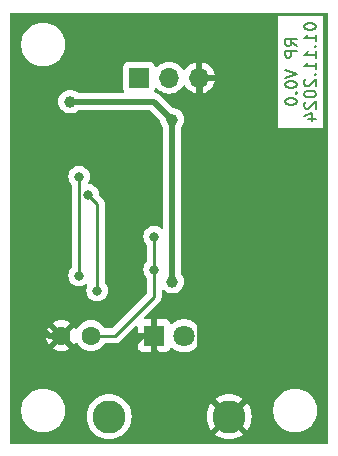
<source format=gbr>
%TF.GenerationSoftware,KiCad,Pcbnew,8.0.1*%
%TF.CreationDate,2024-11-01T11:19:19+01:00*%
%TF.ProjectId,Liquid-Sensor-Zisterne,4c697175-6964-42d5-9365-6e736f722d5a,rev?*%
%TF.SameCoordinates,Original*%
%TF.FileFunction,Copper,L2,Bot*%
%TF.FilePolarity,Positive*%
%FSLAX46Y46*%
G04 Gerber Fmt 4.6, Leading zero omitted, Abs format (unit mm)*
G04 Created by KiCad (PCBNEW 8.0.1) date 2024-11-01 11:19:19*
%MOMM*%
%LPD*%
G01*
G04 APERTURE LIST*
%ADD10C,0.200000*%
%TA.AperFunction,NonConductor*%
%ADD11C,0.200000*%
%TD*%
%TA.AperFunction,ComponentPad*%
%ADD12C,2.800000*%
%TD*%
%TA.AperFunction,ComponentPad*%
%ADD13R,1.700000X1.700000*%
%TD*%
%TA.AperFunction,ComponentPad*%
%ADD14O,1.700000X1.700000*%
%TD*%
%TA.AperFunction,ComponentPad*%
%ADD15R,1.800000X1.800000*%
%TD*%
%TA.AperFunction,ComponentPad*%
%ADD16C,1.800000*%
%TD*%
%TA.AperFunction,ComponentPad*%
%ADD17C,1.600000*%
%TD*%
%TA.AperFunction,ViaPad*%
%ADD18C,0.800000*%
%TD*%
%TA.AperFunction,ViaPad*%
%ADD19C,1.000000*%
%TD*%
%TA.AperFunction,Conductor*%
%ADD20C,0.250000*%
%TD*%
%TA.AperFunction,Conductor*%
%ADD21C,0.500000*%
%TD*%
G04 APERTURE END LIST*
D10*
D11*
X170335247Y-61309523D02*
X169859056Y-60976190D01*
X170335247Y-60738095D02*
X169335247Y-60738095D01*
X169335247Y-60738095D02*
X169335247Y-61119047D01*
X169335247Y-61119047D02*
X169382866Y-61214285D01*
X169382866Y-61214285D02*
X169430485Y-61261904D01*
X169430485Y-61261904D02*
X169525723Y-61309523D01*
X169525723Y-61309523D02*
X169668580Y-61309523D01*
X169668580Y-61309523D02*
X169763818Y-61261904D01*
X169763818Y-61261904D02*
X169811437Y-61214285D01*
X169811437Y-61214285D02*
X169859056Y-61119047D01*
X169859056Y-61119047D02*
X169859056Y-60738095D01*
X170335247Y-61738095D02*
X169335247Y-61738095D01*
X169335247Y-61738095D02*
X169335247Y-62119047D01*
X169335247Y-62119047D02*
X169382866Y-62214285D01*
X169382866Y-62214285D02*
X169430485Y-62261904D01*
X169430485Y-62261904D02*
X169525723Y-62309523D01*
X169525723Y-62309523D02*
X169668580Y-62309523D01*
X169668580Y-62309523D02*
X169763818Y-62261904D01*
X169763818Y-62261904D02*
X169811437Y-62214285D01*
X169811437Y-62214285D02*
X169859056Y-62119047D01*
X169859056Y-62119047D02*
X169859056Y-61738095D01*
X169335247Y-63357143D02*
X170335247Y-63690476D01*
X170335247Y-63690476D02*
X169335247Y-64023809D01*
X169335247Y-64547619D02*
X169335247Y-64642857D01*
X169335247Y-64642857D02*
X169382866Y-64738095D01*
X169382866Y-64738095D02*
X169430485Y-64785714D01*
X169430485Y-64785714D02*
X169525723Y-64833333D01*
X169525723Y-64833333D02*
X169716199Y-64880952D01*
X169716199Y-64880952D02*
X169954294Y-64880952D01*
X169954294Y-64880952D02*
X170144770Y-64833333D01*
X170144770Y-64833333D02*
X170240008Y-64785714D01*
X170240008Y-64785714D02*
X170287628Y-64738095D01*
X170287628Y-64738095D02*
X170335247Y-64642857D01*
X170335247Y-64642857D02*
X170335247Y-64547619D01*
X170335247Y-64547619D02*
X170287628Y-64452381D01*
X170287628Y-64452381D02*
X170240008Y-64404762D01*
X170240008Y-64404762D02*
X170144770Y-64357143D01*
X170144770Y-64357143D02*
X169954294Y-64309524D01*
X169954294Y-64309524D02*
X169716199Y-64309524D01*
X169716199Y-64309524D02*
X169525723Y-64357143D01*
X169525723Y-64357143D02*
X169430485Y-64404762D01*
X169430485Y-64404762D02*
X169382866Y-64452381D01*
X169382866Y-64452381D02*
X169335247Y-64547619D01*
X170240008Y-65309524D02*
X170287628Y-65357143D01*
X170287628Y-65357143D02*
X170335247Y-65309524D01*
X170335247Y-65309524D02*
X170287628Y-65261905D01*
X170287628Y-65261905D02*
X170240008Y-65309524D01*
X170240008Y-65309524D02*
X170335247Y-65309524D01*
X169335247Y-65976190D02*
X169335247Y-66071428D01*
X169335247Y-66071428D02*
X169382866Y-66166666D01*
X169382866Y-66166666D02*
X169430485Y-66214285D01*
X169430485Y-66214285D02*
X169525723Y-66261904D01*
X169525723Y-66261904D02*
X169716199Y-66309523D01*
X169716199Y-66309523D02*
X169954294Y-66309523D01*
X169954294Y-66309523D02*
X170144770Y-66261904D01*
X170144770Y-66261904D02*
X170240008Y-66214285D01*
X170240008Y-66214285D02*
X170287628Y-66166666D01*
X170287628Y-66166666D02*
X170335247Y-66071428D01*
X170335247Y-66071428D02*
X170335247Y-65976190D01*
X170335247Y-65976190D02*
X170287628Y-65880952D01*
X170287628Y-65880952D02*
X170240008Y-65833333D01*
X170240008Y-65833333D02*
X170144770Y-65785714D01*
X170144770Y-65785714D02*
X169954294Y-65738095D01*
X169954294Y-65738095D02*
X169716199Y-65738095D01*
X169716199Y-65738095D02*
X169525723Y-65785714D01*
X169525723Y-65785714D02*
X169430485Y-65833333D01*
X169430485Y-65833333D02*
X169382866Y-65880952D01*
X169382866Y-65880952D02*
X169335247Y-65976190D01*
X170945191Y-59642857D02*
X170945191Y-59738095D01*
X170945191Y-59738095D02*
X170992810Y-59833333D01*
X170992810Y-59833333D02*
X171040429Y-59880952D01*
X171040429Y-59880952D02*
X171135667Y-59928571D01*
X171135667Y-59928571D02*
X171326143Y-59976190D01*
X171326143Y-59976190D02*
X171564238Y-59976190D01*
X171564238Y-59976190D02*
X171754714Y-59928571D01*
X171754714Y-59928571D02*
X171849952Y-59880952D01*
X171849952Y-59880952D02*
X171897572Y-59833333D01*
X171897572Y-59833333D02*
X171945191Y-59738095D01*
X171945191Y-59738095D02*
X171945191Y-59642857D01*
X171945191Y-59642857D02*
X171897572Y-59547619D01*
X171897572Y-59547619D02*
X171849952Y-59500000D01*
X171849952Y-59500000D02*
X171754714Y-59452381D01*
X171754714Y-59452381D02*
X171564238Y-59404762D01*
X171564238Y-59404762D02*
X171326143Y-59404762D01*
X171326143Y-59404762D02*
X171135667Y-59452381D01*
X171135667Y-59452381D02*
X171040429Y-59500000D01*
X171040429Y-59500000D02*
X170992810Y-59547619D01*
X170992810Y-59547619D02*
X170945191Y-59642857D01*
X171945191Y-60928571D02*
X171945191Y-60357143D01*
X171945191Y-60642857D02*
X170945191Y-60642857D01*
X170945191Y-60642857D02*
X171088048Y-60547619D01*
X171088048Y-60547619D02*
X171183286Y-60452381D01*
X171183286Y-60452381D02*
X171230905Y-60357143D01*
X171849952Y-61357143D02*
X171897572Y-61404762D01*
X171897572Y-61404762D02*
X171945191Y-61357143D01*
X171945191Y-61357143D02*
X171897572Y-61309524D01*
X171897572Y-61309524D02*
X171849952Y-61357143D01*
X171849952Y-61357143D02*
X171945191Y-61357143D01*
X171945191Y-62357142D02*
X171945191Y-61785714D01*
X171945191Y-62071428D02*
X170945191Y-62071428D01*
X170945191Y-62071428D02*
X171088048Y-61976190D01*
X171088048Y-61976190D02*
X171183286Y-61880952D01*
X171183286Y-61880952D02*
X171230905Y-61785714D01*
X171945191Y-63309523D02*
X171945191Y-62738095D01*
X171945191Y-63023809D02*
X170945191Y-63023809D01*
X170945191Y-63023809D02*
X171088048Y-62928571D01*
X171088048Y-62928571D02*
X171183286Y-62833333D01*
X171183286Y-62833333D02*
X171230905Y-62738095D01*
X171849952Y-63738095D02*
X171897572Y-63785714D01*
X171897572Y-63785714D02*
X171945191Y-63738095D01*
X171945191Y-63738095D02*
X171897572Y-63690476D01*
X171897572Y-63690476D02*
X171849952Y-63738095D01*
X171849952Y-63738095D02*
X171945191Y-63738095D01*
X171040429Y-64166666D02*
X170992810Y-64214285D01*
X170992810Y-64214285D02*
X170945191Y-64309523D01*
X170945191Y-64309523D02*
X170945191Y-64547618D01*
X170945191Y-64547618D02*
X170992810Y-64642856D01*
X170992810Y-64642856D02*
X171040429Y-64690475D01*
X171040429Y-64690475D02*
X171135667Y-64738094D01*
X171135667Y-64738094D02*
X171230905Y-64738094D01*
X171230905Y-64738094D02*
X171373762Y-64690475D01*
X171373762Y-64690475D02*
X171945191Y-64119047D01*
X171945191Y-64119047D02*
X171945191Y-64738094D01*
X170945191Y-65357142D02*
X170945191Y-65452380D01*
X170945191Y-65452380D02*
X170992810Y-65547618D01*
X170992810Y-65547618D02*
X171040429Y-65595237D01*
X171040429Y-65595237D02*
X171135667Y-65642856D01*
X171135667Y-65642856D02*
X171326143Y-65690475D01*
X171326143Y-65690475D02*
X171564238Y-65690475D01*
X171564238Y-65690475D02*
X171754714Y-65642856D01*
X171754714Y-65642856D02*
X171849952Y-65595237D01*
X171849952Y-65595237D02*
X171897572Y-65547618D01*
X171897572Y-65547618D02*
X171945191Y-65452380D01*
X171945191Y-65452380D02*
X171945191Y-65357142D01*
X171945191Y-65357142D02*
X171897572Y-65261904D01*
X171897572Y-65261904D02*
X171849952Y-65214285D01*
X171849952Y-65214285D02*
X171754714Y-65166666D01*
X171754714Y-65166666D02*
X171564238Y-65119047D01*
X171564238Y-65119047D02*
X171326143Y-65119047D01*
X171326143Y-65119047D02*
X171135667Y-65166666D01*
X171135667Y-65166666D02*
X171040429Y-65214285D01*
X171040429Y-65214285D02*
X170992810Y-65261904D01*
X170992810Y-65261904D02*
X170945191Y-65357142D01*
X171040429Y-66071428D02*
X170992810Y-66119047D01*
X170992810Y-66119047D02*
X170945191Y-66214285D01*
X170945191Y-66214285D02*
X170945191Y-66452380D01*
X170945191Y-66452380D02*
X170992810Y-66547618D01*
X170992810Y-66547618D02*
X171040429Y-66595237D01*
X171040429Y-66595237D02*
X171135667Y-66642856D01*
X171135667Y-66642856D02*
X171230905Y-66642856D01*
X171230905Y-66642856D02*
X171373762Y-66595237D01*
X171373762Y-66595237D02*
X171945191Y-66023809D01*
X171945191Y-66023809D02*
X171945191Y-66642856D01*
X171278524Y-67499999D02*
X171945191Y-67499999D01*
X170897572Y-67261904D02*
X171611857Y-67023809D01*
X171611857Y-67023809D02*
X171611857Y-67642856D01*
D12*
%TO.P,J3,1,Pin_1*%
%TO.N,GND*%
X164592000Y-92710000D03*
%TD*%
D13*
%TO.P,J1,1,Pin_1*%
%TO.N,Net-(D1-A)*%
X156972000Y-64008000D03*
D14*
%TO.P,J1,2,Pin_2*%
%TO.N,/f_Out_x\u005C16*%
X159512000Y-64008000D03*
%TO.P,J1,3,Pin_3*%
%TO.N,GND*%
X162052000Y-64008000D03*
%TD*%
D12*
%TO.P,J2,1,Pin_1*%
%TO.N,Net-(J2-Pin_1)*%
X154432000Y-92710000D03*
%TD*%
D15*
%TO.P,D2,1,K*%
%TO.N,GND*%
X158237000Y-85852000D03*
D16*
%TO.P,D2,2,A*%
%TO.N,Net-(D2-A)*%
X160777000Y-85852000D03*
%TD*%
D17*
%TO.P,C2,1*%
%TO.N,GND*%
X150388000Y-85852000D03*
%TO.P,C2,2*%
%TO.N,Net-(J2-Pin_1)*%
X152888000Y-85852000D03*
%TD*%
D18*
%TO.N,Net-(U1-CV)*%
X153416000Y-82042000D03*
X152654000Y-73914000D03*
D19*
%TO.N,GND*%
X162127000Y-76708000D03*
X148336000Y-75946000D03*
X162127000Y-70104000D03*
D18*
%TO.N,Net-(J2-Pin_1)*%
X158242000Y-77470000D03*
X158242000Y-80264000D03*
D19*
%TO.N,+12V*%
X159766000Y-67564000D03*
X159766000Y-81280000D03*
X151130000Y-66040000D03*
D18*
%TO.N,/f_Out*%
X151892000Y-72390000D03*
X151892000Y-80772000D03*
%TD*%
D20*
%TO.N,Net-(U1-CV)*%
X153416000Y-74676000D02*
X152654000Y-73914000D01*
X153416000Y-82042000D02*
X153416000Y-74676000D01*
D21*
%TO.N,GND*%
X162052000Y-64008000D02*
X162127000Y-64083000D01*
X157226000Y-85852000D02*
X158237000Y-85852000D01*
X162127000Y-87630000D02*
X158750000Y-87630000D01*
X155448000Y-87630000D02*
X157226000Y-85852000D01*
X162127000Y-64083000D02*
X162127000Y-87630000D01*
X158750000Y-87630000D02*
X158237000Y-87117000D01*
X150388000Y-85852000D02*
X152166000Y-87630000D01*
X148844000Y-85344000D02*
X148844000Y-76454000D01*
X149352000Y-85852000D02*
X148844000Y-85344000D01*
X148844000Y-76454000D02*
X148336000Y-75946000D01*
X162127000Y-90245000D02*
X164592000Y-92710000D01*
X152166000Y-87630000D02*
X155448000Y-87630000D01*
X158237000Y-87117000D02*
X158237000Y-85852000D01*
X162127000Y-87630000D02*
X162127000Y-90245000D01*
X150388000Y-85852000D02*
X149352000Y-85852000D01*
D20*
%TO.N,Net-(J2-Pin_1)*%
X158242000Y-82550000D02*
X154940000Y-85852000D01*
X158242000Y-80264000D02*
X158242000Y-77470000D01*
X154940000Y-85852000D02*
X152888000Y-85852000D01*
X158242000Y-80264000D02*
X158242000Y-82550000D01*
D21*
%TO.N,+12V*%
X159766000Y-68326000D02*
X159766000Y-81280000D01*
X151130000Y-66040000D02*
X158242000Y-66040000D01*
X158242000Y-66040000D02*
X159766000Y-67564000D01*
X159766000Y-67564000D02*
X159766000Y-68326000D01*
D20*
%TO.N,/f_Out*%
X151892000Y-80010000D02*
X151892000Y-72390000D01*
X151892000Y-80772000D02*
X151892000Y-80010000D01*
%TD*%
%TA.AperFunction,Conductor*%
%TO.N,GND*%
G36*
X172942539Y-58520185D02*
G01*
X172988294Y-58572989D01*
X172999500Y-58624500D01*
X172999500Y-94875500D01*
X172979815Y-94942539D01*
X172927011Y-94988294D01*
X172875500Y-94999500D01*
X146124500Y-94999500D01*
X146057461Y-94979815D01*
X146011706Y-94927011D01*
X146000500Y-94875500D01*
X146000500Y-92323288D01*
X146993500Y-92323288D01*
X147025161Y-92563785D01*
X147087947Y-92798104D01*
X147180773Y-93022205D01*
X147180776Y-93022212D01*
X147302064Y-93232289D01*
X147302066Y-93232292D01*
X147302067Y-93232293D01*
X147449733Y-93424736D01*
X147449739Y-93424743D01*
X147621256Y-93596260D01*
X147621262Y-93596265D01*
X147813711Y-93743936D01*
X148023788Y-93865224D01*
X148247900Y-93958054D01*
X148482211Y-94020838D01*
X148662586Y-94044584D01*
X148722711Y-94052500D01*
X148722712Y-94052500D01*
X148965289Y-94052500D01*
X149013388Y-94046167D01*
X149205789Y-94020838D01*
X149440100Y-93958054D01*
X149664212Y-93865224D01*
X149874289Y-93743936D01*
X150066738Y-93596265D01*
X150238265Y-93424738D01*
X150385936Y-93232289D01*
X150507224Y-93022212D01*
X150600054Y-92798100D01*
X150623660Y-92710001D01*
X152526645Y-92710001D01*
X152546039Y-92981160D01*
X152546040Y-92981167D01*
X152559181Y-93041574D01*
X152603825Y-93246801D01*
X152634981Y-93330332D01*
X152698830Y-93501519D01*
X152829109Y-93740107D01*
X152829110Y-93740108D01*
X152829113Y-93740113D01*
X152992029Y-93957742D01*
X152992033Y-93957746D01*
X152992038Y-93957752D01*
X153184247Y-94149961D01*
X153184253Y-94149966D01*
X153184258Y-94149971D01*
X153401887Y-94312887D01*
X153401891Y-94312889D01*
X153401892Y-94312890D01*
X153640481Y-94443169D01*
X153640480Y-94443169D01*
X153640484Y-94443170D01*
X153640487Y-94443172D01*
X153895199Y-94538175D01*
X154160840Y-94595961D01*
X154412605Y-94613967D01*
X154431999Y-94615355D01*
X154432000Y-94615355D01*
X154432001Y-94615355D01*
X154450100Y-94614060D01*
X154703160Y-94595961D01*
X154968801Y-94538175D01*
X155223513Y-94443172D01*
X155223517Y-94443169D01*
X155223519Y-94443169D01*
X155342813Y-94378029D01*
X155462113Y-94312887D01*
X155679742Y-94149971D01*
X155871971Y-93957742D01*
X156034887Y-93740113D01*
X156165172Y-93501513D01*
X156260175Y-93246801D01*
X156317961Y-92981160D01*
X156337355Y-92710001D01*
X162687147Y-92710001D01*
X162706536Y-92981090D01*
X162706537Y-92981097D01*
X162764305Y-93246654D01*
X162859285Y-93501306D01*
X162859287Y-93501310D01*
X162989532Y-93739835D01*
X162989537Y-93739843D01*
X163083321Y-93865123D01*
X163083322Y-93865124D01*
X163952690Y-92995756D01*
X163971668Y-93041574D01*
X164048274Y-93156224D01*
X164145776Y-93253726D01*
X164260426Y-93330332D01*
X164306242Y-93349309D01*
X163436874Y-94218676D01*
X163562163Y-94312466D01*
X163562164Y-94312467D01*
X163800689Y-94442712D01*
X163800693Y-94442714D01*
X164055345Y-94537694D01*
X164320902Y-94595462D01*
X164320909Y-94595463D01*
X164591999Y-94614853D01*
X164592001Y-94614853D01*
X164863090Y-94595463D01*
X164863097Y-94595462D01*
X165128654Y-94537694D01*
X165383306Y-94442714D01*
X165383310Y-94442712D01*
X165621844Y-94312462D01*
X165747123Y-94218677D01*
X165747124Y-94218676D01*
X164877757Y-93349309D01*
X164923574Y-93330332D01*
X165038224Y-93253726D01*
X165135726Y-93156224D01*
X165212332Y-93041574D01*
X165231309Y-92995757D01*
X166100676Y-93865124D01*
X166100677Y-93865123D01*
X166194462Y-93739844D01*
X166324712Y-93501310D01*
X166324714Y-93501306D01*
X166419694Y-93246654D01*
X166477462Y-92981097D01*
X166477463Y-92981090D01*
X166496853Y-92710001D01*
X166496853Y-92709998D01*
X166477463Y-92438909D01*
X166477462Y-92438902D01*
X166452312Y-92323288D01*
X168329500Y-92323288D01*
X168361161Y-92563785D01*
X168423947Y-92798104D01*
X168516773Y-93022205D01*
X168516776Y-93022212D01*
X168638064Y-93232289D01*
X168638066Y-93232292D01*
X168638067Y-93232293D01*
X168785733Y-93424736D01*
X168785739Y-93424743D01*
X168957256Y-93596260D01*
X168957262Y-93596265D01*
X169149711Y-93743936D01*
X169359788Y-93865224D01*
X169583900Y-93958054D01*
X169818211Y-94020838D01*
X169998586Y-94044584D01*
X170058711Y-94052500D01*
X170058712Y-94052500D01*
X170301289Y-94052500D01*
X170349388Y-94046167D01*
X170541789Y-94020838D01*
X170776100Y-93958054D01*
X171000212Y-93865224D01*
X171210289Y-93743936D01*
X171402738Y-93596265D01*
X171574265Y-93424738D01*
X171721936Y-93232289D01*
X171843224Y-93022212D01*
X171936054Y-92798100D01*
X171998838Y-92563789D01*
X172030500Y-92323288D01*
X172030500Y-92080712D01*
X171998838Y-91840211D01*
X171936054Y-91605900D01*
X171843224Y-91381788D01*
X171721936Y-91171711D01*
X171574265Y-90979262D01*
X171574260Y-90979256D01*
X171402743Y-90807739D01*
X171402736Y-90807733D01*
X171210293Y-90660067D01*
X171210292Y-90660066D01*
X171210289Y-90660064D01*
X171000212Y-90538776D01*
X171000205Y-90538773D01*
X170776104Y-90445947D01*
X170541785Y-90383161D01*
X170301289Y-90351500D01*
X170301288Y-90351500D01*
X170058712Y-90351500D01*
X170058711Y-90351500D01*
X169818214Y-90383161D01*
X169583895Y-90445947D01*
X169359794Y-90538773D01*
X169359785Y-90538777D01*
X169149706Y-90660067D01*
X168957263Y-90807733D01*
X168957256Y-90807739D01*
X168785739Y-90979256D01*
X168785733Y-90979263D01*
X168638067Y-91171706D01*
X168516777Y-91381785D01*
X168516773Y-91381794D01*
X168423947Y-91605895D01*
X168361161Y-91840214D01*
X168329500Y-92080711D01*
X168329500Y-92323288D01*
X166452312Y-92323288D01*
X166419694Y-92173345D01*
X166324714Y-91918693D01*
X166324712Y-91918689D01*
X166194467Y-91680164D01*
X166194466Y-91680163D01*
X166100676Y-91554874D01*
X165231309Y-92424242D01*
X165212332Y-92378426D01*
X165135726Y-92263776D01*
X165038224Y-92166274D01*
X164923574Y-92089668D01*
X164877757Y-92070690D01*
X165747124Y-91201322D01*
X165747123Y-91201321D01*
X165621843Y-91107537D01*
X165621835Y-91107532D01*
X165383310Y-90977287D01*
X165383306Y-90977285D01*
X165128654Y-90882305D01*
X164863097Y-90824537D01*
X164863090Y-90824536D01*
X164592001Y-90805147D01*
X164591999Y-90805147D01*
X164320909Y-90824536D01*
X164320902Y-90824537D01*
X164055345Y-90882305D01*
X163800693Y-90977285D01*
X163800689Y-90977287D01*
X163562164Y-91107532D01*
X163562156Y-91107537D01*
X163436875Y-91201321D01*
X163436874Y-91201322D01*
X164306242Y-92070690D01*
X164260426Y-92089668D01*
X164145776Y-92166274D01*
X164048274Y-92263776D01*
X163971668Y-92378426D01*
X163952690Y-92424242D01*
X163083322Y-91554874D01*
X163083321Y-91554875D01*
X162989537Y-91680156D01*
X162989532Y-91680164D01*
X162859287Y-91918689D01*
X162859285Y-91918693D01*
X162764305Y-92173345D01*
X162706537Y-92438902D01*
X162706536Y-92438909D01*
X162687147Y-92709998D01*
X162687147Y-92710001D01*
X156337355Y-92710001D01*
X156337355Y-92710000D01*
X156317961Y-92438840D01*
X156260175Y-92173199D01*
X156165172Y-91918487D01*
X156165170Y-91918484D01*
X156165169Y-91918480D01*
X156034890Y-91679892D01*
X156034889Y-91679891D01*
X156034887Y-91679887D01*
X155871971Y-91462258D01*
X155871966Y-91462253D01*
X155871961Y-91462247D01*
X155679752Y-91270038D01*
X155679746Y-91270033D01*
X155679742Y-91270029D01*
X155462113Y-91107113D01*
X155462108Y-91107110D01*
X155462107Y-91107109D01*
X155223518Y-90976830D01*
X155223519Y-90976830D01*
X155173920Y-90958330D01*
X154968801Y-90881825D01*
X154968794Y-90881823D01*
X154968793Y-90881823D01*
X154703167Y-90824040D01*
X154703160Y-90824039D01*
X154432001Y-90804645D01*
X154431999Y-90804645D01*
X154160839Y-90824039D01*
X154160832Y-90824040D01*
X153895206Y-90881823D01*
X153895202Y-90881824D01*
X153895199Y-90881825D01*
X153767843Y-90929326D01*
X153640480Y-90976830D01*
X153401892Y-91107109D01*
X153401891Y-91107110D01*
X153184259Y-91270028D01*
X153184247Y-91270038D01*
X152992038Y-91462247D01*
X152992028Y-91462259D01*
X152829110Y-91679891D01*
X152829109Y-91679892D01*
X152698830Y-91918480D01*
X152698751Y-91918693D01*
X152603825Y-92173199D01*
X152603824Y-92173202D01*
X152603823Y-92173206D01*
X152546040Y-92438832D01*
X152546039Y-92438839D01*
X152526645Y-92709998D01*
X152526645Y-92710001D01*
X150623660Y-92710001D01*
X150662838Y-92563789D01*
X150694500Y-92323288D01*
X150694500Y-92080712D01*
X150662838Y-91840211D01*
X150600054Y-91605900D01*
X150507224Y-91381788D01*
X150385936Y-91171711D01*
X150238265Y-90979262D01*
X150238260Y-90979256D01*
X150066743Y-90807739D01*
X150066736Y-90807733D01*
X149874293Y-90660067D01*
X149874292Y-90660066D01*
X149874289Y-90660064D01*
X149664212Y-90538776D01*
X149664205Y-90538773D01*
X149440104Y-90445947D01*
X149205785Y-90383161D01*
X148965289Y-90351500D01*
X148965288Y-90351500D01*
X148722712Y-90351500D01*
X148722711Y-90351500D01*
X148482214Y-90383161D01*
X148247895Y-90445947D01*
X148023794Y-90538773D01*
X148023785Y-90538777D01*
X147813706Y-90660067D01*
X147621263Y-90807733D01*
X147621256Y-90807739D01*
X147449739Y-90979256D01*
X147449733Y-90979263D01*
X147302067Y-91171706D01*
X147180777Y-91381785D01*
X147180773Y-91381794D01*
X147087947Y-91605895D01*
X147025161Y-91840214D01*
X146993500Y-92080711D01*
X146993500Y-92323288D01*
X146000500Y-92323288D01*
X146000500Y-85852002D01*
X149083034Y-85852002D01*
X149102858Y-86078599D01*
X149102860Y-86078610D01*
X149161730Y-86298317D01*
X149161735Y-86298331D01*
X149257863Y-86504478D01*
X149308974Y-86577472D01*
X149988000Y-85898446D01*
X149988000Y-85904661D01*
X150015259Y-86006394D01*
X150067920Y-86097606D01*
X150142394Y-86172080D01*
X150233606Y-86224741D01*
X150335339Y-86252000D01*
X150341553Y-86252000D01*
X149662526Y-86931025D01*
X149735513Y-86982132D01*
X149735521Y-86982136D01*
X149941668Y-87078264D01*
X149941682Y-87078269D01*
X150161389Y-87137139D01*
X150161400Y-87137141D01*
X150387998Y-87156966D01*
X150388002Y-87156966D01*
X150614599Y-87137141D01*
X150614610Y-87137139D01*
X150834317Y-87078269D01*
X150834331Y-87078264D01*
X151040478Y-86982136D01*
X151113471Y-86931024D01*
X150434447Y-86252000D01*
X150440661Y-86252000D01*
X150542394Y-86224741D01*
X150633606Y-86172080D01*
X150708080Y-86097606D01*
X150760741Y-86006394D01*
X150788000Y-85904661D01*
X150788000Y-85898447D01*
X151467024Y-86577471D01*
X151518134Y-86504481D01*
X151525340Y-86489028D01*
X151571511Y-86436587D01*
X151638704Y-86417433D01*
X151705585Y-86437646D01*
X151750105Y-86489022D01*
X151757430Y-86504730D01*
X151757432Y-86504734D01*
X151887954Y-86691141D01*
X152048858Y-86852045D01*
X152048861Y-86852047D01*
X152235266Y-86982568D01*
X152441504Y-87078739D01*
X152661308Y-87137635D01*
X152823230Y-87151801D01*
X152887998Y-87157468D01*
X152888000Y-87157468D01*
X152888002Y-87157468D01*
X152944673Y-87152509D01*
X153114692Y-87137635D01*
X153334496Y-87078739D01*
X153540734Y-86982568D01*
X153727139Y-86852047D01*
X153888047Y-86691139D01*
X154000613Y-86530377D01*
X154055189Y-86486752D01*
X154102188Y-86477500D01*
X155001607Y-86477500D01*
X155062029Y-86465481D01*
X155122452Y-86453463D01*
X155122455Y-86453461D01*
X155122458Y-86453461D01*
X155155787Y-86439654D01*
X155155786Y-86439654D01*
X155155792Y-86439652D01*
X155236286Y-86406312D01*
X155287509Y-86372084D01*
X155338733Y-86337858D01*
X155425858Y-86250733D01*
X155425859Y-86250731D01*
X155432925Y-86243665D01*
X155432928Y-86243661D01*
X156625321Y-85051267D01*
X156686642Y-85017784D01*
X156756334Y-85022768D01*
X156812267Y-85064640D01*
X156836684Y-85130104D01*
X156837000Y-85138950D01*
X156837000Y-85602000D01*
X157861722Y-85602000D01*
X157817667Y-85678306D01*
X157787000Y-85792756D01*
X157787000Y-85911244D01*
X157817667Y-86025694D01*
X157861722Y-86102000D01*
X156837000Y-86102000D01*
X156837000Y-86799844D01*
X156843401Y-86859372D01*
X156843403Y-86859379D01*
X156893645Y-86994086D01*
X156893649Y-86994093D01*
X156979809Y-87109187D01*
X156979812Y-87109190D01*
X157094906Y-87195350D01*
X157094913Y-87195354D01*
X157229620Y-87245596D01*
X157229627Y-87245598D01*
X157289155Y-87251999D01*
X157289172Y-87252000D01*
X157987000Y-87252000D01*
X157987000Y-86227277D01*
X158063306Y-86271333D01*
X158177756Y-86302000D01*
X158296244Y-86302000D01*
X158410694Y-86271333D01*
X158487000Y-86227277D01*
X158487000Y-87252000D01*
X159184828Y-87252000D01*
X159184844Y-87251999D01*
X159244372Y-87245598D01*
X159244379Y-87245596D01*
X159379086Y-87195354D01*
X159379093Y-87195350D01*
X159494187Y-87109190D01*
X159494190Y-87109187D01*
X159580350Y-86994093D01*
X159580355Y-86994084D01*
X159609075Y-86917081D01*
X159650945Y-86861147D01*
X159716409Y-86836729D01*
X159784682Y-86851580D01*
X159816484Y-86876428D01*
X159825216Y-86885913D01*
X159825219Y-86885915D01*
X159825222Y-86885918D01*
X160008365Y-87028464D01*
X160008371Y-87028468D01*
X160008374Y-87028470D01*
X160212497Y-87138936D01*
X160265017Y-87156966D01*
X160432015Y-87214297D01*
X160432017Y-87214297D01*
X160432019Y-87214298D01*
X160660951Y-87252500D01*
X160660952Y-87252500D01*
X160893048Y-87252500D01*
X160893049Y-87252500D01*
X161121981Y-87214298D01*
X161341503Y-87138936D01*
X161545626Y-87028470D01*
X161728784Y-86885913D01*
X161885979Y-86715153D01*
X162012924Y-86520849D01*
X162106157Y-86308300D01*
X162163134Y-86083305D01*
X162163135Y-86083297D01*
X162182300Y-85852006D01*
X162182300Y-85851993D01*
X162163135Y-85620702D01*
X162163133Y-85620691D01*
X162106157Y-85395699D01*
X162012924Y-85183151D01*
X161885983Y-84988852D01*
X161885980Y-84988849D01*
X161885979Y-84988847D01*
X161728784Y-84818087D01*
X161728779Y-84818083D01*
X161728777Y-84818081D01*
X161545634Y-84675535D01*
X161545628Y-84675531D01*
X161341504Y-84565064D01*
X161341495Y-84565061D01*
X161121984Y-84489702D01*
X160934404Y-84458401D01*
X160893049Y-84451500D01*
X160660951Y-84451500D01*
X160619596Y-84458401D01*
X160432015Y-84489702D01*
X160212504Y-84565061D01*
X160212495Y-84565064D01*
X160008371Y-84675531D01*
X160008365Y-84675535D01*
X159825222Y-84818081D01*
X159825215Y-84818087D01*
X159816484Y-84827572D01*
X159756595Y-84863561D01*
X159686757Y-84861458D01*
X159629143Y-84821932D01*
X159609075Y-84786918D01*
X159580355Y-84709915D01*
X159580350Y-84709906D01*
X159494190Y-84594812D01*
X159494187Y-84594809D01*
X159379093Y-84508649D01*
X159379086Y-84508645D01*
X159244379Y-84458403D01*
X159244372Y-84458401D01*
X159184844Y-84452000D01*
X158487000Y-84452000D01*
X158487000Y-85476722D01*
X158410694Y-85432667D01*
X158296244Y-85402000D01*
X158177756Y-85402000D01*
X158063306Y-85432667D01*
X157987000Y-85476722D01*
X157987000Y-84452000D01*
X157523950Y-84452000D01*
X157456911Y-84432315D01*
X157411156Y-84379511D01*
X157401212Y-84310353D01*
X157430237Y-84246797D01*
X157436255Y-84240333D01*
X158640729Y-83035860D01*
X158640733Y-83035858D01*
X158727858Y-82948733D01*
X158796311Y-82846286D01*
X158843463Y-82732452D01*
X158849893Y-82700123D01*
X158856382Y-82667503D01*
X158856382Y-82667500D01*
X158867500Y-82611607D01*
X158867500Y-82488393D01*
X158867500Y-82099086D01*
X158887185Y-82032047D01*
X158939989Y-81986292D01*
X159009147Y-81976348D01*
X159070165Y-82003233D01*
X159207460Y-82115909D01*
X159207467Y-82115913D01*
X159381266Y-82208811D01*
X159381269Y-82208811D01*
X159381273Y-82208814D01*
X159569868Y-82266024D01*
X159766000Y-82285341D01*
X159962132Y-82266024D01*
X160150727Y-82208814D01*
X160324538Y-82115910D01*
X160476883Y-81990883D01*
X160601910Y-81838538D01*
X160694814Y-81664727D01*
X160752024Y-81476132D01*
X160771341Y-81280000D01*
X160752024Y-81083868D01*
X160694814Y-80895273D01*
X160694811Y-80895269D01*
X160694811Y-80895266D01*
X160601913Y-80721467D01*
X160601911Y-80721465D01*
X160601910Y-80721462D01*
X160585536Y-80701511D01*
X160544647Y-80651686D01*
X160517334Y-80587376D01*
X160516500Y-80573021D01*
X160516500Y-68270976D01*
X160536185Y-68203937D01*
X160544632Y-68192329D01*
X160601910Y-68122538D01*
X160694814Y-67948727D01*
X160752024Y-67760132D01*
X160771341Y-67564000D01*
X160752024Y-67367868D01*
X160694814Y-67179273D01*
X160694811Y-67179269D01*
X160694811Y-67179266D01*
X160601913Y-67005467D01*
X160601909Y-67005460D01*
X160476883Y-66853116D01*
X160324539Y-66728090D01*
X160324532Y-66728086D01*
X160150733Y-66635188D01*
X160150727Y-66635186D01*
X159962132Y-66577976D01*
X159962129Y-66577975D01*
X159872298Y-66569127D01*
X159807511Y-66542965D01*
X159796773Y-66533405D01*
X158720421Y-65457052D01*
X158720414Y-65457046D01*
X158646729Y-65407812D01*
X158646729Y-65407813D01*
X158597491Y-65374913D01*
X158460917Y-65318343D01*
X158460908Y-65318340D01*
X158342040Y-65294695D01*
X158280130Y-65262309D01*
X158245556Y-65201593D01*
X158249297Y-65131824D01*
X158261875Y-65108293D01*
X158261546Y-65108114D01*
X158265793Y-65100334D01*
X158265796Y-65100331D01*
X158314810Y-64968916D01*
X158356681Y-64912984D01*
X158422145Y-64888566D01*
X158490418Y-64903417D01*
X158518673Y-64924569D01*
X158640599Y-65046495D01*
X158717485Y-65100331D01*
X158834165Y-65182032D01*
X158834167Y-65182033D01*
X158834170Y-65182035D01*
X159048337Y-65281903D01*
X159276592Y-65343063D01*
X159464918Y-65359539D01*
X159511999Y-65363659D01*
X159512000Y-65363659D01*
X159512001Y-65363659D01*
X159551234Y-65360226D01*
X159747408Y-65343063D01*
X159975663Y-65281903D01*
X160189830Y-65182035D01*
X160383401Y-65046495D01*
X160550495Y-64879401D01*
X160680730Y-64693405D01*
X160735307Y-64649781D01*
X160804805Y-64642587D01*
X160867160Y-64674110D01*
X160883879Y-64693405D01*
X161013890Y-64879078D01*
X161180917Y-65046105D01*
X161374421Y-65181600D01*
X161588507Y-65281429D01*
X161588516Y-65281433D01*
X161802000Y-65338634D01*
X161802000Y-64441012D01*
X161859007Y-64473925D01*
X161986174Y-64508000D01*
X162117826Y-64508000D01*
X162244993Y-64473925D01*
X162302000Y-64441012D01*
X162302000Y-65338633D01*
X162515483Y-65281433D01*
X162515492Y-65281429D01*
X162729578Y-65181600D01*
X162923082Y-65046105D01*
X163090105Y-64879082D01*
X163225600Y-64685578D01*
X163325429Y-64471492D01*
X163325432Y-64471486D01*
X163382636Y-64258000D01*
X162485012Y-64258000D01*
X162517925Y-64200993D01*
X162552000Y-64073826D01*
X162552000Y-63942174D01*
X162517925Y-63815007D01*
X162485012Y-63758000D01*
X163382636Y-63758000D01*
X163382635Y-63757999D01*
X163325432Y-63544513D01*
X163325429Y-63544507D01*
X163225600Y-63330422D01*
X163225599Y-63330420D01*
X163090113Y-63136926D01*
X163090108Y-63136920D01*
X162923082Y-62969894D01*
X162729578Y-62834399D01*
X162515492Y-62734570D01*
X162515486Y-62734567D01*
X162302000Y-62677364D01*
X162302000Y-63574988D01*
X162244993Y-63542075D01*
X162117826Y-63508000D01*
X161986174Y-63508000D01*
X161859007Y-63542075D01*
X161802000Y-63574988D01*
X161802000Y-62677364D01*
X161801999Y-62677364D01*
X161588513Y-62734567D01*
X161588507Y-62734570D01*
X161374422Y-62834399D01*
X161374420Y-62834400D01*
X161180926Y-62969886D01*
X161180920Y-62969891D01*
X161013891Y-63136920D01*
X161013890Y-63136922D01*
X160883880Y-63322595D01*
X160829303Y-63366219D01*
X160759804Y-63373412D01*
X160697450Y-63341890D01*
X160680730Y-63322594D01*
X160550494Y-63136597D01*
X160383402Y-62969506D01*
X160383395Y-62969501D01*
X160189834Y-62833967D01*
X160189830Y-62833965D01*
X160189828Y-62833964D01*
X159975663Y-62734097D01*
X159975659Y-62734096D01*
X159975655Y-62734094D01*
X159747413Y-62672938D01*
X159747403Y-62672936D01*
X159512001Y-62652341D01*
X159511999Y-62652341D01*
X159276596Y-62672936D01*
X159276586Y-62672938D01*
X159048344Y-62734094D01*
X159048335Y-62734098D01*
X158834171Y-62833964D01*
X158834169Y-62833965D01*
X158640600Y-62969503D01*
X158518673Y-63091430D01*
X158457350Y-63124914D01*
X158387658Y-63119930D01*
X158331725Y-63078058D01*
X158314810Y-63047081D01*
X158265797Y-62915671D01*
X158265793Y-62915664D01*
X158179547Y-62800455D01*
X158179544Y-62800452D01*
X158064335Y-62714206D01*
X158064328Y-62714202D01*
X157929482Y-62663908D01*
X157929483Y-62663908D01*
X157869883Y-62657501D01*
X157869881Y-62657500D01*
X157869873Y-62657500D01*
X157869864Y-62657500D01*
X156074129Y-62657500D01*
X156074123Y-62657501D01*
X156014516Y-62663908D01*
X155879671Y-62714202D01*
X155879664Y-62714206D01*
X155764455Y-62800452D01*
X155764452Y-62800455D01*
X155678206Y-62915664D01*
X155678202Y-62915671D01*
X155627908Y-63050517D01*
X155621501Y-63110116D01*
X155621500Y-63110135D01*
X155621500Y-64905870D01*
X155621501Y-64905876D01*
X155627908Y-64965483D01*
X155678204Y-65100333D01*
X155681338Y-65106072D01*
X155696191Y-65174344D01*
X155671775Y-65239809D01*
X155615842Y-65281681D01*
X155572507Y-65289500D01*
X151836978Y-65289500D01*
X151769939Y-65269815D01*
X151758313Y-65261353D01*
X151688539Y-65204090D01*
X151688532Y-65204086D01*
X151514733Y-65111188D01*
X151514727Y-65111186D01*
X151326132Y-65053976D01*
X151326129Y-65053975D01*
X151130000Y-65034659D01*
X150933870Y-65053975D01*
X150745266Y-65111188D01*
X150571467Y-65204086D01*
X150571460Y-65204090D01*
X150419116Y-65329116D01*
X150294090Y-65481460D01*
X150294086Y-65481467D01*
X150201188Y-65655266D01*
X150143975Y-65843870D01*
X150124659Y-66040000D01*
X150143975Y-66236129D01*
X150201188Y-66424733D01*
X150294086Y-66598532D01*
X150294090Y-66598539D01*
X150419116Y-66750883D01*
X150571460Y-66875909D01*
X150571467Y-66875913D01*
X150745266Y-66968811D01*
X150745269Y-66968811D01*
X150745273Y-66968814D01*
X150933868Y-67026024D01*
X151130000Y-67045341D01*
X151326132Y-67026024D01*
X151514727Y-66968814D01*
X151688538Y-66875910D01*
X151758313Y-66818647D01*
X151822623Y-66791334D01*
X151836978Y-66790500D01*
X157879770Y-66790500D01*
X157946809Y-66810185D01*
X157967451Y-66826819D01*
X158735405Y-67594773D01*
X158768890Y-67656096D01*
X158771127Y-67670298D01*
X158779975Y-67760129D01*
X158837188Y-67948733D01*
X158930084Y-68122529D01*
X158930087Y-68122533D01*
X158930090Y-68122538D01*
X158987354Y-68192314D01*
X159014666Y-68256620D01*
X159015500Y-68270976D01*
X159015500Y-76675538D01*
X158995815Y-76742577D01*
X158943011Y-76788332D01*
X158873853Y-76798276D01*
X158818615Y-76775856D01*
X158694734Y-76685851D01*
X158694729Y-76685848D01*
X158521807Y-76608857D01*
X158521802Y-76608855D01*
X158376001Y-76577865D01*
X158336646Y-76569500D01*
X158147354Y-76569500D01*
X158114897Y-76576398D01*
X157962197Y-76608855D01*
X157962192Y-76608857D01*
X157789270Y-76685848D01*
X157789265Y-76685851D01*
X157636129Y-76797111D01*
X157509466Y-76937785D01*
X157414821Y-77101715D01*
X157414818Y-77101722D01*
X157356327Y-77281740D01*
X157356326Y-77281744D01*
X157336540Y-77470000D01*
X157356326Y-77658256D01*
X157356327Y-77658259D01*
X157414818Y-77838277D01*
X157414821Y-77838284D01*
X157509467Y-78002216D01*
X157552772Y-78050310D01*
X157584650Y-78085715D01*
X157614880Y-78148706D01*
X157616500Y-78168687D01*
X157616500Y-79565312D01*
X157596815Y-79632351D01*
X157584650Y-79648284D01*
X157509466Y-79731784D01*
X157414821Y-79895715D01*
X157414818Y-79895722D01*
X157357116Y-80073312D01*
X157356326Y-80075744D01*
X157336540Y-80264000D01*
X157356326Y-80452256D01*
X157356327Y-80452259D01*
X157414818Y-80632277D01*
X157414821Y-80632284D01*
X157509467Y-80796216D01*
X157547289Y-80838221D01*
X157584650Y-80879715D01*
X157614880Y-80942706D01*
X157616500Y-80962687D01*
X157616500Y-82239548D01*
X157596815Y-82306587D01*
X157580181Y-82327229D01*
X154717229Y-85190181D01*
X154655906Y-85223666D01*
X154629548Y-85226500D01*
X154102188Y-85226500D01*
X154035149Y-85206815D01*
X154000613Y-85173623D01*
X153888045Y-85012858D01*
X153727141Y-84851954D01*
X153540734Y-84721432D01*
X153540732Y-84721431D01*
X153334497Y-84625261D01*
X153334488Y-84625258D01*
X153114697Y-84566366D01*
X153114693Y-84566365D01*
X153114692Y-84566365D01*
X153114691Y-84566364D01*
X153114686Y-84566364D01*
X152888002Y-84546532D01*
X152887998Y-84546532D01*
X152661313Y-84566364D01*
X152661302Y-84566366D01*
X152441511Y-84625258D01*
X152441502Y-84625261D01*
X152235267Y-84721431D01*
X152235265Y-84721432D01*
X152048858Y-84851954D01*
X151887954Y-85012858D01*
X151757432Y-85199265D01*
X151757429Y-85199270D01*
X151750104Y-85214979D01*
X151703929Y-85267417D01*
X151636735Y-85286566D01*
X151569855Y-85266347D01*
X151525341Y-85214973D01*
X151518133Y-85199515D01*
X151518132Y-85199513D01*
X151467025Y-85126526D01*
X150788000Y-85805551D01*
X150788000Y-85799339D01*
X150760741Y-85697606D01*
X150708080Y-85606394D01*
X150633606Y-85531920D01*
X150542394Y-85479259D01*
X150440661Y-85452000D01*
X150434448Y-85452000D01*
X151113472Y-84772974D01*
X151040478Y-84721863D01*
X150834331Y-84625735D01*
X150834317Y-84625730D01*
X150614610Y-84566860D01*
X150614599Y-84566858D01*
X150388002Y-84547034D01*
X150387998Y-84547034D01*
X150161400Y-84566858D01*
X150161389Y-84566860D01*
X149941682Y-84625730D01*
X149941673Y-84625734D01*
X149735516Y-84721866D01*
X149735512Y-84721868D01*
X149662526Y-84772973D01*
X149662526Y-84772974D01*
X150341553Y-85452000D01*
X150335339Y-85452000D01*
X150233606Y-85479259D01*
X150142394Y-85531920D01*
X150067920Y-85606394D01*
X150015259Y-85697606D01*
X149988000Y-85799339D01*
X149988000Y-85805552D01*
X149308974Y-85126526D01*
X149308973Y-85126526D01*
X149257868Y-85199512D01*
X149257866Y-85199516D01*
X149161734Y-85405673D01*
X149161730Y-85405682D01*
X149102860Y-85625389D01*
X149102858Y-85625400D01*
X149083034Y-85851997D01*
X149083034Y-85852002D01*
X146000500Y-85852002D01*
X146000500Y-80772000D01*
X150986540Y-80772000D01*
X151006326Y-80960256D01*
X151006327Y-80960259D01*
X151064818Y-81140277D01*
X151064821Y-81140284D01*
X151159467Y-81304216D01*
X151237529Y-81390912D01*
X151286129Y-81444888D01*
X151439265Y-81556148D01*
X151439270Y-81556151D01*
X151612192Y-81633142D01*
X151612197Y-81633144D01*
X151797354Y-81672500D01*
X151797355Y-81672500D01*
X151986644Y-81672500D01*
X151986646Y-81672500D01*
X152171803Y-81633144D01*
X152344730Y-81556151D01*
X152410154Y-81508617D01*
X152475960Y-81485138D01*
X152544014Y-81500963D01*
X152592709Y-81551069D01*
X152606584Y-81619547D01*
X152591422Y-81667768D01*
X152591462Y-81667786D01*
X152591310Y-81668126D01*
X152590428Y-81670933D01*
X152588821Y-81673715D01*
X152588818Y-81673722D01*
X152535266Y-81838539D01*
X152530326Y-81853744D01*
X152510540Y-82042000D01*
X152530326Y-82230256D01*
X152530327Y-82230259D01*
X152588818Y-82410277D01*
X152588821Y-82410284D01*
X152683467Y-82574216D01*
X152810129Y-82714888D01*
X152963265Y-82826148D01*
X152963270Y-82826151D01*
X153136192Y-82903142D01*
X153136197Y-82903144D01*
X153321354Y-82942500D01*
X153321355Y-82942500D01*
X153510644Y-82942500D01*
X153510646Y-82942500D01*
X153695803Y-82903144D01*
X153868730Y-82826151D01*
X154021871Y-82714888D01*
X154148533Y-82574216D01*
X154243179Y-82410284D01*
X154301674Y-82230256D01*
X154321460Y-82042000D01*
X154301674Y-81853744D01*
X154243179Y-81673716D01*
X154148533Y-81509784D01*
X154118230Y-81476129D01*
X154073350Y-81426284D01*
X154043120Y-81363292D01*
X154041500Y-81343312D01*
X154041500Y-74614396D01*
X154041500Y-74614394D01*
X154017463Y-74493548D01*
X154017461Y-74493543D01*
X153997887Y-74446287D01*
X153997872Y-74446254D01*
X153997857Y-74446216D01*
X153970312Y-74379715D01*
X153953256Y-74354190D01*
X153901858Y-74277267D01*
X153901856Y-74277264D01*
X153811637Y-74187045D01*
X153811606Y-74187016D01*
X153592960Y-73968370D01*
X153559475Y-73907047D01*
X153557323Y-73893671D01*
X153539674Y-73725744D01*
X153481179Y-73545716D01*
X153386533Y-73381784D01*
X153259871Y-73241112D01*
X153259870Y-73241111D01*
X153106734Y-73129851D01*
X153106729Y-73129848D01*
X152933807Y-73052857D01*
X152933802Y-73052855D01*
X152758098Y-73015509D01*
X152696616Y-72982317D01*
X152662840Y-72921154D01*
X152667492Y-72851439D01*
X152676489Y-72832225D01*
X152719179Y-72758284D01*
X152777674Y-72578256D01*
X152797460Y-72390000D01*
X152777674Y-72201744D01*
X152719179Y-72021716D01*
X152624533Y-71857784D01*
X152497871Y-71717112D01*
X152497870Y-71717111D01*
X152344734Y-71605851D01*
X152344729Y-71605848D01*
X152171807Y-71528857D01*
X152171802Y-71528855D01*
X152026001Y-71497865D01*
X151986646Y-71489500D01*
X151797354Y-71489500D01*
X151764897Y-71496398D01*
X151612197Y-71528855D01*
X151612192Y-71528857D01*
X151439270Y-71605848D01*
X151439265Y-71605851D01*
X151286129Y-71717111D01*
X151159466Y-71857785D01*
X151064821Y-72021715D01*
X151064818Y-72021722D01*
X151006327Y-72201740D01*
X151006326Y-72201744D01*
X150986540Y-72390000D01*
X151006326Y-72578256D01*
X151006327Y-72578259D01*
X151064818Y-72758277D01*
X151064821Y-72758284D01*
X151159467Y-72922216D01*
X151202772Y-72970310D01*
X151234650Y-73005715D01*
X151264880Y-73068706D01*
X151266500Y-73088687D01*
X151266500Y-80073312D01*
X151246815Y-80140351D01*
X151234650Y-80156284D01*
X151159466Y-80239784D01*
X151064821Y-80403715D01*
X151064818Y-80403722D01*
X151009810Y-80573021D01*
X151006326Y-80583744D01*
X150986540Y-80772000D01*
X146000500Y-80772000D01*
X146000500Y-61335288D01*
X146993500Y-61335288D01*
X147025161Y-61575785D01*
X147087947Y-61810104D01*
X147180773Y-62034205D01*
X147180776Y-62034212D01*
X147302064Y-62244289D01*
X147302066Y-62244292D01*
X147302067Y-62244293D01*
X147449733Y-62436736D01*
X147449739Y-62436743D01*
X147621256Y-62608260D01*
X147621263Y-62608266D01*
X147693779Y-62663909D01*
X147813711Y-62755936D01*
X148023788Y-62877224D01*
X148219269Y-62958195D01*
X148246574Y-62969505D01*
X148247900Y-62970054D01*
X148482211Y-63032838D01*
X148616499Y-63050517D01*
X148722711Y-63064500D01*
X148722712Y-63064500D01*
X148965289Y-63064500D01*
X149013388Y-63058167D01*
X149205789Y-63032838D01*
X149440100Y-62970054D01*
X149664212Y-62877224D01*
X149874289Y-62755936D01*
X150066738Y-62608265D01*
X150238265Y-62436738D01*
X150385936Y-62244289D01*
X150507224Y-62034212D01*
X150600054Y-61810100D01*
X150662838Y-61575789D01*
X150694500Y-61335288D01*
X150694500Y-61092712D01*
X150662838Y-60852211D01*
X150600054Y-60617900D01*
X150507224Y-60393788D01*
X150385936Y-60183711D01*
X150238265Y-59991262D01*
X150238260Y-59991256D01*
X150066743Y-59819739D01*
X150066736Y-59819733D01*
X149874293Y-59672067D01*
X149874292Y-59672066D01*
X149874289Y-59672064D01*
X149664212Y-59550776D01*
X149664205Y-59550773D01*
X149440104Y-59457947D01*
X149205785Y-59395161D01*
X148965289Y-59363500D01*
X148965288Y-59363500D01*
X148722712Y-59363500D01*
X148722711Y-59363500D01*
X148482214Y-59395161D01*
X148247895Y-59457947D01*
X148023794Y-59550773D01*
X148023785Y-59550777D01*
X147813706Y-59672067D01*
X147621263Y-59819733D01*
X147621256Y-59819739D01*
X147449739Y-59991256D01*
X147449733Y-59991263D01*
X147302067Y-60183706D01*
X147180777Y-60393785D01*
X147180773Y-60393794D01*
X147087947Y-60617895D01*
X147025161Y-60852214D01*
X146993500Y-61092711D01*
X146993500Y-61335288D01*
X146000500Y-61335288D01*
X146000500Y-58797477D01*
X168728602Y-58797477D01*
X168728602Y-68248356D01*
X172551836Y-68248356D01*
X172551836Y-58797477D01*
X168728602Y-58797477D01*
X146000500Y-58797477D01*
X146000500Y-58624500D01*
X146020185Y-58557461D01*
X146072989Y-58511706D01*
X146124500Y-58500500D01*
X172875500Y-58500500D01*
X172942539Y-58520185D01*
G37*
%TD.AperFunction*%
%TD*%
M02*

</source>
